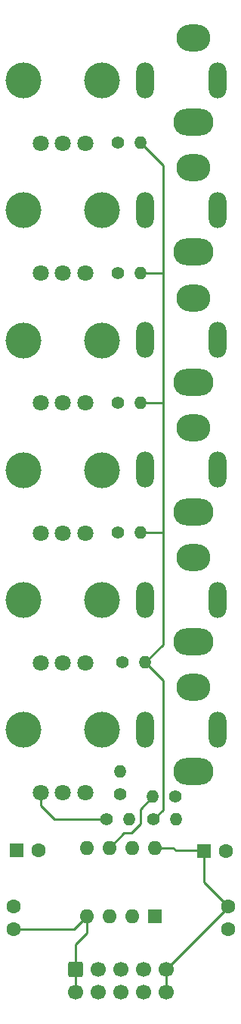
<source format=gtl>
%TF.GenerationSoftware,KiCad,Pcbnew,(6.0.1)*%
%TF.CreationDate,2022-10-13T10:35:50-04:00*%
%TF.ProjectId,SYNTH-MIXER5-01,53594e54-482d-44d4-9958-4552352d3031,1*%
%TF.SameCoordinates,Original*%
%TF.FileFunction,Copper,L1,Top*%
%TF.FilePolarity,Positive*%
%FSLAX46Y46*%
G04 Gerber Fmt 4.6, Leading zero omitted, Abs format (unit mm)*
G04 Created by KiCad (PCBNEW (6.0.1)) date 2022-10-13 10:35:50*
%MOMM*%
%LPD*%
G01*
G04 APERTURE LIST*
G04 Aperture macros list*
%AMRoundRect*
0 Rectangle with rounded corners*
0 $1 Rounding radius*
0 $2 $3 $4 $5 $6 $7 $8 $9 X,Y pos of 4 corners*
0 Add a 4 corners polygon primitive as box body*
4,1,4,$2,$3,$4,$5,$6,$7,$8,$9,$2,$3,0*
0 Add four circle primitives for the rounded corners*
1,1,$1+$1,$2,$3*
1,1,$1+$1,$4,$5*
1,1,$1+$1,$6,$7*
1,1,$1+$1,$8,$9*
0 Add four rect primitives between the rounded corners*
20,1,$1+$1,$2,$3,$4,$5,0*
20,1,$1+$1,$4,$5,$6,$7,0*
20,1,$1+$1,$6,$7,$8,$9,0*
20,1,$1+$1,$8,$9,$2,$3,0*%
G04 Aperture macros list end*
%TA.AperFunction,WasherPad*%
%ADD10C,4.000000*%
%TD*%
%TA.AperFunction,ComponentPad*%
%ADD11C,1.800000*%
%TD*%
%TA.AperFunction,ComponentPad*%
%ADD12C,1.400000*%
%TD*%
%TA.AperFunction,ComponentPad*%
%ADD13O,1.400000X1.400000*%
%TD*%
%TA.AperFunction,ComponentPad*%
%ADD14O,4.500000X3.000000*%
%TD*%
%TA.AperFunction,ComponentPad*%
%ADD15O,3.800000X3.000000*%
%TD*%
%TA.AperFunction,ComponentPad*%
%ADD16O,2.000000X4.000000*%
%TD*%
%TA.AperFunction,ComponentPad*%
%ADD17RoundRect,0.250000X-0.600000X0.600000X-0.600000X-0.600000X0.600000X-0.600000X0.600000X0.600000X0*%
%TD*%
%TA.AperFunction,ComponentPad*%
%ADD18C,1.700000*%
%TD*%
%TA.AperFunction,ComponentPad*%
%ADD19R,1.600000X1.600000*%
%TD*%
%TA.AperFunction,ComponentPad*%
%ADD20C,1.600000*%
%TD*%
%TA.AperFunction,ComponentPad*%
%ADD21O,1.600000X1.600000*%
%TD*%
%TA.AperFunction,Conductor*%
%ADD22C,0.250000*%
%TD*%
G04 APERTURE END LIST*
D10*
%TO.P,RV5,*%
%TO.N,*%
X13000000Y-58550000D03*
X4200000Y-58550000D03*
D11*
%TO.P,RV5,1,1*%
%TO.N,/VI_4*%
X11100000Y-65550000D03*
%TO.P,RV5,2,2*%
%TO.N,/POTWIPER_4*%
X8600000Y-65550000D03*
%TO.P,RV5,3,3*%
%TO.N,GND*%
X6100000Y-65550000D03*
%TD*%
D12*
%TO.P,R4,1*%
%TO.N,/POTWIPER_4*%
X14780000Y-65500000D03*
D13*
%TO.P,R4,2*%
%TO.N,/VSUM*%
X17320000Y-65500000D03*
%TD*%
D10*
%TO.P,RV1,*%
%TO.N,*%
X13000000Y-87550000D03*
X4200000Y-87550000D03*
D11*
%TO.P,RV1,1,1*%
%TO.N,unconnected-(RV1-Pad1)*%
X11100000Y-94550000D03*
%TO.P,RV1,2,2*%
%TO.N,/VOL2*%
X8600000Y-94550000D03*
%TO.P,RV1,3,3*%
%TO.N,/VOL1*%
X6100000Y-94550000D03*
%TD*%
D10*
%TO.P,RV3,*%
%TO.N,*%
X4200000Y-29550000D03*
X13000000Y-29550000D03*
D11*
%TO.P,RV3,1,1*%
%TO.N,/VI_2*%
X11100000Y-36550000D03*
%TO.P,RV3,2,2*%
%TO.N,/POTWIPER_2*%
X8600000Y-36550000D03*
%TO.P,RV3,3,3*%
%TO.N,GND*%
X6100000Y-36550000D03*
%TD*%
D10*
%TO.P,RV6,*%
%TO.N,*%
X4200000Y-73050000D03*
X13000000Y-73050000D03*
D11*
%TO.P,RV6,1,1*%
%TO.N,/VI_5*%
X11100000Y-80050000D03*
%TO.P,RV6,2,2*%
%TO.N,/POTWIPER_5*%
X8600000Y-80050000D03*
%TO.P,RV6,3,3*%
%TO.N,GND*%
X6100000Y-80050000D03*
%TD*%
D14*
%TO.P,J5,S*%
%TO.N,GND*%
X23200000Y-63200000D03*
D15*
X23200000Y-53800000D03*
D16*
%TO.P,J5,T*%
%TO.N,/VI_4*%
X17800000Y-58500000D03*
%TO.P,J5,TN*%
%TO.N,GND*%
X25900000Y-58500000D03*
%TD*%
D14*
%TO.P,J6,S*%
%TO.N,GND*%
X23200000Y-77700000D03*
D15*
X23200000Y-68300000D03*
D16*
%TO.P,J6,T*%
%TO.N,/VI_5*%
X17800000Y-73000000D03*
%TO.P,J6,TN*%
%TO.N,GND*%
X25900000Y-73000000D03*
%TD*%
D13*
%TO.P,R10,2*%
%TO.N,/OUT*%
X15000000Y-92180000D03*
D12*
%TO.P,R10,1*%
%TO.N,/VO*%
X15000000Y-94720000D03*
%TD*%
D14*
%TO.P,J2,S*%
%TO.N,GND*%
X23200000Y-19700000D03*
D15*
X23200000Y-10300000D03*
D16*
%TO.P,J2,T*%
%TO.N,/VI_1*%
X17800000Y-15000000D03*
%TO.P,J2,TN*%
%TO.N,GND*%
X25900000Y-15000000D03*
%TD*%
%TO.P,J1,TN*%
%TO.N,unconnected-(J1-PadTN)*%
X25900000Y-87500000D03*
%TO.P,J1,T*%
%TO.N,/OUT*%
X17800000Y-87500000D03*
D14*
%TO.P,J1,S*%
%TO.N,GND*%
X23200000Y-92200000D03*
D15*
X23200000Y-82800000D03*
%TD*%
D12*
%TO.P,R3,1*%
%TO.N,/POTWIPER_3*%
X14780000Y-51000000D03*
D13*
%TO.P,R3,2*%
%TO.N,/VSUM*%
X17320000Y-51000000D03*
%TD*%
%TO.P,R9,2*%
%TO.N,/VO*%
X16052000Y-97536000D03*
D12*
%TO.P,R9,1*%
%TO.N,/VOL1*%
X13512000Y-97536000D03*
%TD*%
D14*
%TO.P,J4,S*%
%TO.N,GND*%
X23200000Y-48700000D03*
D15*
X23200000Y-39300000D03*
D16*
%TO.P,J4,T*%
%TO.N,/VI_3*%
X17800000Y-44000000D03*
%TO.P,J4,TN*%
%TO.N,GND*%
X25900000Y-44000000D03*
%TD*%
D10*
%TO.P,RV2,*%
%TO.N,*%
X13000000Y-15050000D03*
X4200000Y-15050000D03*
D11*
%TO.P,RV2,1,1*%
%TO.N,/VI_1*%
X11100000Y-22050000D03*
%TO.P,RV2,2,2*%
%TO.N,/POTWIPER_1*%
X8600000Y-22050000D03*
%TO.P,RV2,3,3*%
%TO.N,GND*%
X6100000Y-22050000D03*
%TD*%
D12*
%TO.P,R1,1*%
%TO.N,/POTWIPER_1*%
X14780000Y-22000000D03*
D13*
%TO.P,R1,2*%
%TO.N,/VSUM*%
X17320000Y-22000000D03*
%TD*%
D10*
%TO.P,RV4,*%
%TO.N,*%
X13000000Y-44050000D03*
X4200000Y-44050000D03*
D11*
%TO.P,RV4,1,1*%
%TO.N,/VI_3*%
X11100000Y-51050000D03*
%TO.P,RV4,2,2*%
%TO.N,/POTWIPER_3*%
X8600000Y-51050000D03*
%TO.P,RV4,3,3*%
%TO.N,GND*%
X6100000Y-51050000D03*
%TD*%
D12*
%TO.P,R2,1*%
%TO.N,/POTWIPER_2*%
X14780000Y-36500000D03*
D13*
%TO.P,R2,2*%
%TO.N,/VSUM*%
X17320000Y-36500000D03*
%TD*%
D15*
%TO.P,J3,S*%
%TO.N,GND*%
X23200000Y-24800000D03*
D14*
X23200000Y-34200000D03*
D16*
%TO.P,J3,T*%
%TO.N,/VI_2*%
X17800000Y-29500000D03*
%TO.P,J3,TN*%
%TO.N,GND*%
X25900000Y-29500000D03*
%TD*%
D17*
%TO.P,J8,1,Pin_1*%
%TO.N,-12V*%
X10020000Y-114247500D03*
D18*
%TO.P,J8,2,Pin_2*%
X10020000Y-116787500D03*
%TO.P,J8,3,Pin_3*%
%TO.N,GND*%
X12560000Y-114247500D03*
%TO.P,J8,4,Pin_4*%
X12560000Y-116787500D03*
%TO.P,J8,5,Pin_5*%
X15100000Y-114247500D03*
%TO.P,J8,6,Pin_6*%
X15100000Y-116787500D03*
%TO.P,J8,7,Pin_7*%
X17640000Y-114247500D03*
%TO.P,J8,8,Pin_8*%
X17640000Y-116787500D03*
%TO.P,J8,9,Pin_9*%
%TO.N,+12V*%
X20180000Y-114247500D03*
%TO.P,J8,10,Pin_10*%
X20180000Y-116787500D03*
%TD*%
D19*
%TO.P,C3,1*%
%TO.N,+12V*%
X24384000Y-101092000D03*
D20*
%TO.P,C3,2*%
%TO.N,GND*%
X26884000Y-101092000D03*
%TD*%
D19*
%TO.P,U1,1*%
%TO.N,Net-(R7-Pad2)*%
X18900000Y-108300000D03*
D21*
%TO.P,U1,2,-*%
%TO.N,/VSUM*%
X16360000Y-108300000D03*
%TO.P,U1,3,+*%
%TO.N,GND*%
X13820000Y-108300000D03*
%TO.P,U1,4,V-*%
%TO.N,-12V*%
X11280000Y-108300000D03*
%TO.P,U1,5,+*%
%TO.N,GND*%
X11280000Y-100680000D03*
%TO.P,U1,6,-*%
%TO.N,/VOL2*%
X13820000Y-100680000D03*
%TO.P,U1,7*%
%TO.N,/VO*%
X16360000Y-100680000D03*
%TO.P,U1,8,V+*%
%TO.N,+12V*%
X18900000Y-100680000D03*
%TD*%
D13*
%TO.P,R7,2*%
%TO.N,Net-(R7-Pad2)*%
X21320000Y-97500000D03*
D12*
%TO.P,R7,1*%
%TO.N,/VSUM*%
X18780000Y-97500000D03*
%TD*%
D20*
%TO.P,C1,1*%
%TO.N,+12V*%
X27100000Y-107250000D03*
%TO.P,C1,2*%
%TO.N,GND*%
X27100000Y-109750000D03*
%TD*%
D12*
%TO.P,R5,1*%
%TO.N,/POTWIPER_5*%
X15280000Y-80000000D03*
D13*
%TO.P,R5,2*%
%TO.N,/VSUM*%
X17820000Y-80000000D03*
%TD*%
D20*
%TO.P,C2,1*%
%TO.N,GND*%
X3100000Y-107250000D03*
%TO.P,C2,2*%
%TO.N,-12V*%
X3100000Y-109750000D03*
%TD*%
D12*
%TO.P,R8,1*%
%TO.N,Net-(R7-Pad2)*%
X21220000Y-95000000D03*
D13*
%TO.P,R8,2*%
%TO.N,/VOL2*%
X18680000Y-95000000D03*
%TD*%
D19*
%TO.P,C4,1*%
%TO.N,GND*%
X3394888Y-101000000D03*
D20*
%TO.P,C4,2*%
%TO.N,-12V*%
X5894888Y-101000000D03*
%TD*%
D22*
%TO.N,/VOL1*%
X7620000Y-97536000D02*
X13512000Y-97536000D01*
X6100000Y-96016000D02*
X7620000Y-97536000D01*
X6100000Y-94550000D02*
X6100000Y-96016000D01*
%TO.N,+12V*%
X24394888Y-104544888D02*
X27100000Y-107250000D01*
X24394888Y-101000000D02*
X24394888Y-104544888D01*
X18900000Y-100680000D02*
X20924000Y-100680000D01*
X20924000Y-100680000D02*
X21244000Y-101000000D01*
X24394888Y-101000000D02*
X21244000Y-101000000D01*
%TO.N,/VSUM*%
X17320000Y-36500000D02*
X19736000Y-36500000D01*
X19812000Y-36576000D02*
X19812000Y-51054000D01*
X19812000Y-24492000D02*
X19812000Y-36576000D01*
X19736000Y-36500000D02*
X19812000Y-36576000D01*
X19758000Y-51000000D02*
X19812000Y-51054000D01*
X17320000Y-51000000D02*
X19758000Y-51000000D01*
X19812000Y-51054000D02*
X19812000Y-65532000D01*
X17320000Y-65500000D02*
X19780000Y-65500000D01*
X19812000Y-65532000D02*
X19812000Y-78008000D01*
X19780000Y-65500000D02*
X19812000Y-65532000D01*
X19812000Y-78008000D02*
X17820000Y-80000000D01*
X17320000Y-22000000D02*
X19812000Y-24492000D01*
X19812000Y-81992000D02*
X17820000Y-80000000D01*
X19812000Y-96468000D02*
X19812000Y-81992000D01*
X18780000Y-97500000D02*
X19812000Y-96468000D01*
%TO.N,/VOL2*%
X17272000Y-96408000D02*
X18680000Y-95000000D01*
X17272000Y-98044000D02*
X17272000Y-96408000D01*
X16256000Y-99060000D02*
X17272000Y-98044000D01*
X15440000Y-99060000D02*
X16256000Y-99060000D01*
X13820000Y-100680000D02*
X15440000Y-99060000D01*
%TO.N,+12V*%
X20180000Y-114247500D02*
X27100000Y-107327500D01*
X20180000Y-116787500D02*
X20180000Y-114247500D01*
%TO.N,-12V*%
X10000000Y-111500000D02*
X10000000Y-114227500D01*
X11280000Y-108300000D02*
X11280000Y-110220000D01*
X10020000Y-114247500D02*
X10020000Y-116787500D01*
X9830000Y-109750000D02*
X11280000Y-108300000D01*
X3100000Y-109750000D02*
X9830000Y-109750000D01*
X11280000Y-110220000D02*
X10000000Y-111500000D01*
%TD*%
M02*

</source>
